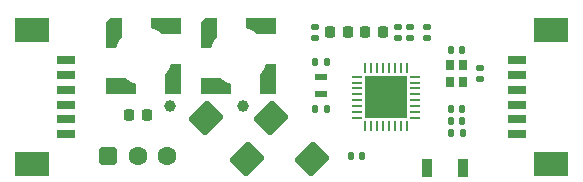
<source format=gts>
%TF.GenerationSoftware,KiCad,Pcbnew,7.0.2*%
%TF.CreationDate,2024-01-23T17:52:43-06:00*%
%TF.ProjectId,imu-harvester,696d752d-6861-4727-9665-737465722e6b,rev?*%
%TF.SameCoordinates,Original*%
%TF.FileFunction,Soldermask,Top*%
%TF.FilePolarity,Negative*%
%FSLAX46Y46*%
G04 Gerber Fmt 4.6, Leading zero omitted, Abs format (unit mm)*
G04 Created by KiCad (PCBNEW 7.0.2) date 2024-01-23 17:52:43*
%MOMM*%
%LPD*%
G01*
G04 APERTURE LIST*
G04 Aperture macros list*
%AMRoundRect*
0 Rectangle with rounded corners*
0 $1 Rounding radius*
0 $2 $3 $4 $5 $6 $7 $8 $9 X,Y pos of 4 corners*
0 Add a 4 corners polygon primitive as box body*
4,1,4,$2,$3,$4,$5,$6,$7,$8,$9,$2,$3,0*
0 Add four circle primitives for the rounded corners*
1,1,$1+$1,$2,$3*
1,1,$1+$1,$4,$5*
1,1,$1+$1,$6,$7*
1,1,$1+$1,$8,$9*
0 Add four rect primitives between the rounded corners*
20,1,$1+$1,$2,$3,$4,$5,0*
20,1,$1+$1,$4,$5,$6,$7,0*
20,1,$1+$1,$6,$7,$8,$9,0*
20,1,$1+$1,$8,$9,$2,$3,0*%
%AMFreePoly0*
4,1,26,0.699997,0.700000,0.700000,0.700000,0.700000,-0.700000,0.699997,-0.700000,0.699997,-0.911152,0.653973,-0.964913,0.609621,-1.019924,0.566962,-1.076143,0.526018,-1.133531,0.486810,-1.192047,0.449359,-1.251651,0.413686,-1.312301,0.379814,-1.373958,0.347763,-1.436582,0.317555,-1.500131,0.289212,-1.564566,0.262754,-1.629846,0.238203,-1.695931,0.215581,-1.762780,0.194908,-1.830353,
0.176207,-1.898609,-0.700006,-1.898365,-0.700006,0.300579,-0.300009,0.700115,0.699997,0.700115,0.699997,0.700000,0.699997,0.700000,$1*%
%AMFreePoly1*
4,1,25,0.699200,0.700000,0.700000,0.700000,0.700000,-0.700000,-0.700000,-0.700000,-0.700000,0.700000,-0.699576,0.700000,-0.699512,0.912553,-0.653489,0.966317,-0.609138,1.021329,-0.566481,1.077549,-0.525540,1.134937,-0.486338,1.193452,-0.448896,1.253055,-0.413237,1.313705,-0.379383,1.375360,-0.347355,1.437982,-0.317176,1.501530,-0.288869,1.565964,-0.262454,1.631242,-0.237954,1.697326,
-0.215391,1.764174,-0.194788,1.831746,-0.176166,1.900002,0.699200,1.900002,0.699200,0.700000,0.699200,0.700000,$1*%
%AMFreePoly2*
4,1,23,0.967663,0.653979,1.022682,0.609627,1.078909,0.566968,1.136302,0.526024,1.194822,0.486816,1.254428,0.449364,1.315081,0.413692,1.376740,0.379820,1.439365,0.347769,1.502915,0.317561,1.567351,0.289218,1.632633,0.262760,1.698720,0.238209,1.765572,0.215587,1.833148,0.194914,1.901409,0.176213,1.901409,-0.700000,-0.700000,-0.700000,-0.700000,0.700000,-0.697498,0.700000,
-0.697498,0.700003,0.913891,0.700003,0.967663,0.653979,0.967663,0.653979,$1*%
%AMFreePoly3*
4,1,25,0.702160,-0.912547,0.656137,-0.966310,0.611787,-1.021322,0.569130,-1.077542,0.528190,-1.134930,0.488988,-1.193445,0.451546,-1.253047,0.415885,-1.313697,0.382027,-1.375353,0.349994,-1.437975,0.319808,-1.501523,0.291490,-1.565956,0.265063,-1.631235,0.240548,-1.697319,0.217966,-1.764167,0.197341,-1.831740,0.178692,-1.899996,-0.696735,-1.899996,-0.696735,-0.700000,-0.700000,-0.700000,
-0.700000,0.700000,-0.696735,0.700000,-0.696735,0.700006,0.702526,0.700006,0.702160,-0.912547,0.702160,-0.912547,$1*%
G04 Aperture macros list end*
%ADD10FreePoly0,0.000000*%
%ADD11FreePoly1,90.000000*%
%ADD12FreePoly2,90.000000*%
%ADD13FreePoly3,90.000000*%
%ADD14RoundRect,0.140000X0.170000X-0.140000X0.170000X0.140000X-0.170000X0.140000X-0.170000X-0.140000X0*%
%ADD15R,1.100000X0.600000*%
%ADD16RoundRect,0.062500X-0.337500X-0.062500X0.337500X-0.062500X0.337500X0.062500X-0.337500X0.062500X0*%
%ADD17RoundRect,0.062500X-0.062500X-0.337500X0.062500X-0.337500X0.062500X0.337500X-0.062500X0.337500X0*%
%ADD18R,3.600000X3.600000*%
%ADD19RoundRect,0.140000X0.140000X0.170000X-0.140000X0.170000X-0.140000X-0.170000X0.140000X-0.170000X0*%
%ADD20C,1.000000*%
%ADD21RoundRect,0.250000X-1.210920X-0.097227X-0.097227X-1.210920X1.210920X0.097227X0.097227X1.210920X0*%
%ADD22RoundRect,0.147500X-0.172500X0.147500X-0.172500X-0.147500X0.172500X-0.147500X0.172500X0.147500X0*%
%ADD23RoundRect,0.400000X-0.400000X-0.400000X0.400000X-0.400000X0.400000X0.400000X-0.400000X0.400000X0*%
%ADD24C,1.600000*%
%ADD25RoundRect,0.218750X-0.218750X-0.256250X0.218750X-0.256250X0.218750X0.256250X-0.218750X0.256250X0*%
%ADD26RoundRect,0.225000X0.225000X0.250000X-0.225000X0.250000X-0.225000X-0.250000X0.225000X-0.250000X0*%
%ADD27R,1.600000X0.800000*%
%ADD28R,3.000000X2.100000*%
%ADD29RoundRect,0.140000X-0.170000X0.140000X-0.170000X-0.140000X0.170000X-0.140000X0.170000X0.140000X0*%
%ADD30RoundRect,0.147500X-0.147500X-0.172500X0.147500X-0.172500X0.147500X0.172500X-0.147500X0.172500X0*%
%ADD31RoundRect,0.140000X-0.140000X-0.170000X0.140000X-0.170000X0.140000X0.170000X-0.140000X0.170000X0*%
%ADD32R,0.800000X0.900000*%
%ADD33R,0.863600X1.600200*%
G04 APERTURE END LIST*
D10*
X186000000Y-49000000D03*
D11*
X191000000Y-49000000D03*
D12*
X191000000Y-54000000D03*
D13*
X186000000Y-54000000D03*
D14*
X211000000Y-49980000D03*
X211000000Y-49020000D03*
D15*
X203500000Y-54700000D03*
X203500000Y-53300000D03*
D16*
X206550000Y-53250000D03*
X206550000Y-53750000D03*
X206550000Y-54250000D03*
X206550000Y-54750000D03*
X206550000Y-55250000D03*
X206550000Y-55750000D03*
X206550000Y-56250000D03*
X206550000Y-56750000D03*
D17*
X207250000Y-57450000D03*
X207750000Y-57450000D03*
X208250000Y-57450000D03*
X208750000Y-57450000D03*
X209250000Y-57450000D03*
X209750000Y-57450000D03*
X210250000Y-57450000D03*
X210750000Y-57450000D03*
D16*
X211450000Y-56750000D03*
X211450000Y-56250000D03*
X211450000Y-55750000D03*
X211450000Y-55250000D03*
X211450000Y-54750000D03*
X211450000Y-54250000D03*
X211450000Y-53750000D03*
X211450000Y-53250000D03*
D17*
X210750000Y-52550000D03*
X210250000Y-52550000D03*
X209750000Y-52550000D03*
X209250000Y-52550000D03*
X208750000Y-52550000D03*
X208250000Y-52550000D03*
X207750000Y-52550000D03*
X207250000Y-52550000D03*
D18*
X209000000Y-55000000D03*
D19*
X215480000Y-51000000D03*
X214520000Y-51000000D03*
D20*
X196900000Y-55700000D03*
D21*
X193758750Y-56758750D03*
X197241250Y-60241250D03*
D22*
X210000000Y-49015000D03*
X210000000Y-49985000D03*
D19*
X203980000Y-56000000D03*
X203020000Y-56000000D03*
D23*
X185500000Y-60000000D03*
D24*
X188000000Y-60000000D03*
X190500000Y-60000000D03*
D14*
X203000000Y-49980000D03*
X203000000Y-49020000D03*
D25*
X207212500Y-49500000D03*
X208787500Y-49500000D03*
D26*
X205775000Y-49500000D03*
X204225000Y-49500000D03*
D10*
X194000000Y-49000000D03*
D11*
X199000000Y-49000000D03*
D12*
X199000000Y-54000000D03*
D13*
X194000000Y-54000000D03*
D19*
X206980000Y-60000000D03*
X206020000Y-60000000D03*
D21*
X199258750Y-56758750D03*
X202741250Y-60241250D03*
D20*
X190700000Y-55700000D03*
D25*
X187212500Y-56500000D03*
X188787500Y-56500000D03*
D27*
X181900000Y-51875000D03*
X181900000Y-53125000D03*
X181900000Y-54375000D03*
X181900000Y-55625000D03*
X181900000Y-56875000D03*
X181900000Y-58125000D03*
D28*
X179000000Y-49325000D03*
X179000000Y-60675000D03*
D19*
X203980000Y-52000000D03*
X203020000Y-52000000D03*
D29*
X217000000Y-52520000D03*
X217000000Y-53480000D03*
D30*
X214515000Y-58000000D03*
X215485000Y-58000000D03*
D27*
X220100000Y-58125000D03*
X220100000Y-56875000D03*
X220100000Y-55625000D03*
X220100000Y-54375000D03*
X220100000Y-53125000D03*
X220100000Y-51875000D03*
D28*
X223000000Y-60675000D03*
X223000000Y-49325000D03*
D14*
X212500000Y-49980000D03*
X212500000Y-49020000D03*
D31*
X214520000Y-56000000D03*
X215480000Y-56000000D03*
X214520000Y-57000000D03*
X215480000Y-57000000D03*
D32*
X214450000Y-52300000D03*
X214450000Y-53700000D03*
X215550000Y-53700000D03*
X215550000Y-52300000D03*
D33*
X215523801Y-61000000D03*
X212476199Y-61000000D03*
M02*

</source>
